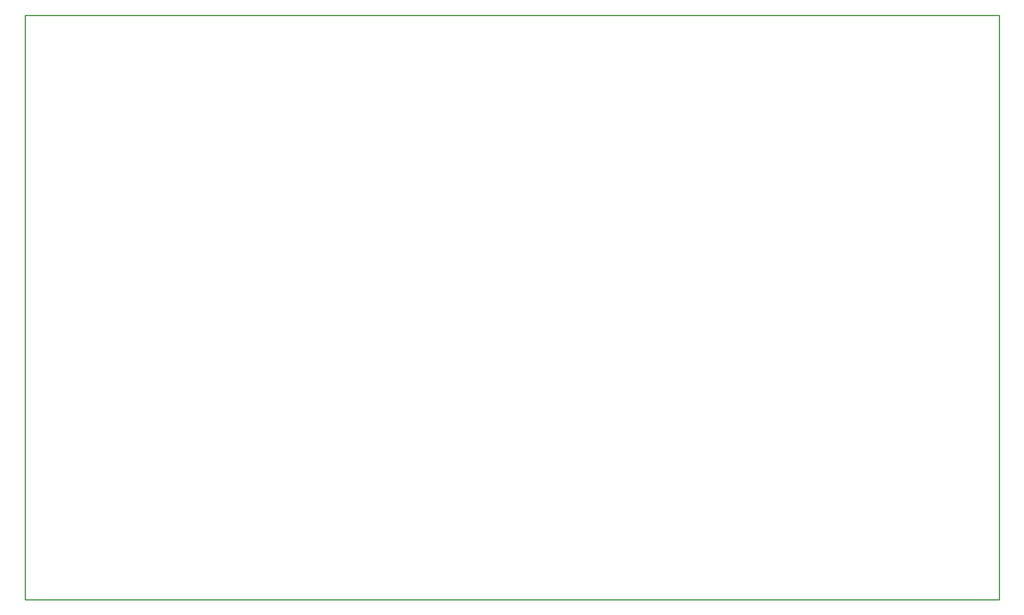
<source format=gko>
G04 Layer: BoardOutlineLayer*
G04 EasyEDA v6.5.22, 2023-01-08 22:04:36*
G04 50778058e726430f88483f2d530aa7e2,b1765b40525a4c9d95aa1863292b2e8c,10*
G04 Gerber Generator version 0.2*
G04 Scale: 100 percent, Rotated: No, Reflected: No *
G04 Dimensions in millimeters *
G04 leading zeros omitted , absolute positions ,4 integer and 5 decimal *
%FSLAX45Y45*%
%MOMM*%

%ADD10C,0.2540*%
D10*
X326572Y245645D02*
G01*
X326572Y12845620D01*
X21326530Y245645D02*
G01*
X326572Y245645D01*
X21326530Y12845620D02*
G01*
X21326530Y245645D01*
X325071Y12845620D02*
G01*
X21325029Y12845620D01*

%LPD*%
M02*

</source>
